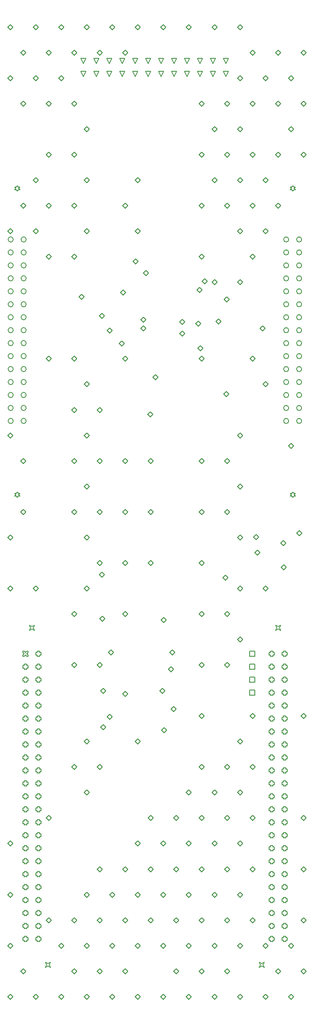
<source format=gbr>
G04 Layer_Color=2752767*
%FSLAX26Y26*%
%MOIN*%
%TF.FileFunction,Drawing*%
%TF.Part,Single*%
G01*
G75*
%TA.AperFunction,NonConductor*%
%ADD93C,0.005000*%
%ADD94C,0.006667*%
D93*
X881378Y-4593621D02*
X881378Y-4553621D01*
X921378Y-4553621D01*
X921378Y-4593621D01*
X881378Y-4593621D01*
X881378Y-4693621D02*
X881378Y-4653621D01*
X921378Y-4653621D01*
X921378Y-4693621D01*
X881378Y-4693621D01*
X881378Y-4793621D02*
X881378Y-4753621D01*
X921378Y-4753621D01*
X921378Y-4793621D01*
X881378Y-4793621D01*
X881378Y-4893621D02*
X881378Y-4853621D01*
X921378Y-4853621D01*
X921378Y-4893621D01*
X881378Y-4893621D01*
X600000Y-120000D02*
X580000Y-80000D01*
X620000Y-80000D01*
X600000Y-120000D01*
X600000Y-20000D02*
X580000Y20000D01*
X620000Y20000D01*
X600000Y-20000D01*
X500000Y-20000D02*
X480000Y20000D01*
X520000Y20000D01*
X500000Y-20000D01*
X400000Y-20000D02*
X380000Y20000D01*
X420000Y20000D01*
X400000Y-20000D01*
X300000Y-20000D02*
X280000Y20000D01*
X320000Y20000D01*
X300000Y-20000D01*
X200000Y-20000D02*
X180000Y20000D01*
X220000Y20000D01*
X200000Y-20000D01*
X100000Y-20000D02*
X80000Y20000D01*
X120000Y20000D01*
X100000Y-20000D01*
X0Y-20000D02*
X-20000Y20000D01*
X20000Y20000D01*
X0Y-20000D01*
X-100000Y-20000D02*
X-120000Y20000D01*
X-80000Y20000D01*
X-100000Y-20000D01*
X-200000Y-20000D02*
X-220000Y20000D01*
X-180000Y20000D01*
X-200000Y-20000D01*
X-300000Y-20000D02*
X-320000Y20000D01*
X-280000Y20000D01*
X-300000Y-20000D01*
X-400000Y-20000D02*
X-420000Y20000D01*
X-380000Y20000D01*
X-400000Y-20000D01*
X500000Y-120000D02*
X480000Y-80000D01*
X520000Y-80000D01*
X500000Y-120000D01*
X400000Y-120000D02*
X380000Y-80000D01*
X420000Y-80000D01*
X400000Y-120000D01*
X300000Y-120000D02*
X280000Y-80000D01*
X320000Y-80000D01*
X300000Y-120000D01*
X200000Y-120000D02*
X180000Y-80000D01*
X220000Y-80000D01*
X200000Y-120000D01*
X100000Y-120000D02*
X80000Y-80000D01*
X120000Y-80000D01*
X100000Y-120000D01*
X0Y-120000D02*
X-20000Y-80000D01*
X20000Y-80000D01*
X0Y-120000D01*
X-100000Y-120000D02*
X-120000Y-80000D01*
X-80000Y-80000D01*
X-100000Y-120000D01*
X-200000Y-120000D02*
X-220000Y-80000D01*
X-180000Y-80000D01*
X-200000Y-120000D01*
X-300000Y-120000D02*
X-320000Y-80000D01*
X-280000Y-80000D01*
X-300000Y-120000D01*
X-400000Y-120000D02*
X-420000Y-80000D01*
X-380000Y-80000D01*
X-400000Y-120000D01*
X700000Y-20000D02*
X680000Y20000D01*
X720000Y20000D01*
X700000Y-20000D01*
X700000Y-120000D02*
X680000Y-80000D01*
X720000Y-80000D01*
X700000Y-120000D01*
X-911810Y-1002918D02*
X-901810Y-992918D01*
X-891810Y-992918D01*
X-901810Y-982918D01*
X-891810Y-972918D01*
X-901810Y-972918D01*
X-911810Y-962918D01*
X-921810Y-972918D01*
X-931810Y-972918D01*
X-921810Y-982918D01*
X-931810Y-992918D01*
X-921810Y-992918D01*
X-911810Y-1002918D01*
X-911810Y-3365122D02*
X-901810Y-3355122D01*
X-891810Y-3355122D01*
X-901810Y-3345122D01*
X-891810Y-3335122D01*
X-901810Y-3335122D01*
X-911810Y-3325122D01*
X-921810Y-3335122D01*
X-931810Y-3335122D01*
X-921810Y-3345122D01*
X-931810Y-3355122D01*
X-921810Y-3355122D01*
X-911810Y-3365122D01*
X1214174Y-1002918D02*
X1224174Y-992918D01*
X1234174Y-992918D01*
X1224174Y-982918D01*
X1234174Y-972918D01*
X1224174Y-972918D01*
X1214174Y-962918D01*
X1204174Y-972918D01*
X1194174Y-972918D01*
X1204174Y-982918D01*
X1194174Y-992918D01*
X1204174Y-992918D01*
X1214174Y-1002918D01*
X1214174Y-3365122D02*
X1224174Y-3355122D01*
X1234174Y-3355122D01*
X1224174Y-3345122D01*
X1234174Y-3335122D01*
X1224174Y-3335122D01*
X1214174Y-3325122D01*
X1204174Y-3335122D01*
X1194174Y-3335122D01*
X1204174Y-3345122D01*
X1194174Y-3355122D01*
X1204174Y-3355122D01*
X1214174Y-3365122D01*
X-818622Y-4393622D02*
X-808622Y-4373622D01*
X-818622Y-4353622D01*
X-798622Y-4363622D01*
X-778622Y-4353622D01*
X-788622Y-4373622D01*
X-778622Y-4393622D01*
X-798622Y-4383622D01*
X-818622Y-4393622D01*
X1081378Y-4393622D02*
X1091378Y-4373622D01*
X1081378Y-4353622D01*
X1101378Y-4363622D01*
X1121378Y-4353622D01*
X1111378Y-4373622D01*
X1121378Y-4393622D01*
X1101378Y-4383622D01*
X1081378Y-4393622D01*
X956378Y-6993622D02*
X966378Y-6973622D01*
X956378Y-6953622D01*
X976378Y-6963622D01*
X996378Y-6953622D01*
X986378Y-6973622D01*
X996378Y-6993622D01*
X976378Y-6983622D01*
X956378Y-6993622D01*
X-693622Y-6993622D02*
X-683622Y-6973622D01*
X-693622Y-6953622D01*
X-673622Y-6963622D01*
X-653622Y-6953622D01*
X-663622Y-6973622D01*
X-653622Y-6993622D01*
X-673622Y-6983622D01*
X-693622Y-6993622D01*
X-758622Y-4583622D02*
X-758622Y-4593622D01*
X-738622Y-4593622D01*
X-738622Y-4583622D01*
X-728622Y-4583622D01*
X-728622Y-4563622D01*
X-738622Y-4563622D01*
X-738622Y-4553622D01*
X-758622Y-4553622D01*
X-758622Y-4563622D01*
X-768622Y-4563622D01*
X-768622Y-4583622D01*
X-758622Y-4583622D01*
X-758622Y-4683622D02*
X-758622Y-4693622D01*
X-738622Y-4693622D01*
X-738622Y-4683622D01*
X-728622Y-4683622D01*
X-728622Y-4663622D01*
X-738622Y-4663622D01*
X-738622Y-4653622D01*
X-758622Y-4653622D01*
X-758622Y-4663622D01*
X-768622Y-4663622D01*
X-768622Y-4683622D01*
X-758622Y-4683622D01*
X-758622Y-4783622D02*
X-758622Y-4793622D01*
X-738622Y-4793622D01*
X-738622Y-4783622D01*
X-728622Y-4783622D01*
X-728622Y-4763622D01*
X-738622Y-4763622D01*
X-738622Y-4753622D01*
X-758622Y-4753622D01*
X-758622Y-4763622D01*
X-768622Y-4763622D01*
X-768622Y-4783622D01*
X-758622Y-4783622D01*
X-758622Y-4883622D02*
X-758622Y-4893622D01*
X-738622Y-4893622D01*
X-738622Y-4883622D01*
X-728622Y-4883622D01*
X-728622Y-4863622D01*
X-738622Y-4863622D01*
X-738622Y-4853622D01*
X-758622Y-4853622D01*
X-758622Y-4863622D01*
X-768622Y-4863622D01*
X-768622Y-4883622D01*
X-758622Y-4883622D01*
X-758622Y-4983622D02*
X-758622Y-4993622D01*
X-738622Y-4993622D01*
X-738622Y-4983622D01*
X-728622Y-4983622D01*
X-728622Y-4963622D01*
X-738622Y-4963622D01*
X-738622Y-4953622D01*
X-758622Y-4953622D01*
X-758622Y-4963622D01*
X-768622Y-4963622D01*
X-768622Y-4983622D01*
X-758622Y-4983622D01*
X-758622Y-5083622D02*
X-758622Y-5093622D01*
X-738622Y-5093622D01*
X-738622Y-5083622D01*
X-728622Y-5083622D01*
X-728622Y-5063622D01*
X-738622Y-5063622D01*
X-738622Y-5053622D01*
X-758622Y-5053622D01*
X-758622Y-5063622D01*
X-768622Y-5063622D01*
X-768622Y-5083622D01*
X-758622Y-5083622D01*
X-758622Y-5183622D02*
X-758622Y-5193622D01*
X-738622Y-5193622D01*
X-738622Y-5183622D01*
X-728622Y-5183622D01*
X-728622Y-5163622D01*
X-738622Y-5163622D01*
X-738622Y-5153622D01*
X-758622Y-5153622D01*
X-758622Y-5163622D01*
X-768622Y-5163622D01*
X-768622Y-5183622D01*
X-758622Y-5183622D01*
X-758622Y-5283622D02*
X-758622Y-5293622D01*
X-738622Y-5293622D01*
X-738622Y-5283622D01*
X-728622Y-5283622D01*
X-728622Y-5263622D01*
X-738622Y-5263622D01*
X-738622Y-5253622D01*
X-758622Y-5253622D01*
X-758622Y-5263622D01*
X-768622Y-5263622D01*
X-768622Y-5283622D01*
X-758622Y-5283622D01*
X-758622Y-5383622D02*
X-758622Y-5393622D01*
X-738622Y-5393622D01*
X-738622Y-5383622D01*
X-728622Y-5383622D01*
X-728622Y-5363622D01*
X-738622Y-5363622D01*
X-738622Y-5353622D01*
X-758622Y-5353622D01*
X-758622Y-5363622D01*
X-768622Y-5363622D01*
X-768622Y-5383622D01*
X-758622Y-5383622D01*
X-758622Y-5483622D02*
X-758622Y-5493622D01*
X-738622Y-5493622D01*
X-738622Y-5483622D01*
X-728622Y-5483622D01*
X-728622Y-5463622D01*
X-738622Y-5463622D01*
X-738622Y-5453622D01*
X-758622Y-5453622D01*
X-758622Y-5463622D01*
X-768622Y-5463622D01*
X-768622Y-5483622D01*
X-758622Y-5483622D01*
X-758622Y-5583622D02*
X-758622Y-5593622D01*
X-738622Y-5593622D01*
X-738622Y-5583622D01*
X-728622Y-5583622D01*
X-728622Y-5563622D01*
X-738622Y-5563622D01*
X-738622Y-5553622D01*
X-758622Y-5553622D01*
X-758622Y-5563622D01*
X-768622Y-5563622D01*
X-768622Y-5583622D01*
X-758622Y-5583622D01*
X-758622Y-5683622D02*
X-758622Y-5693622D01*
X-738622Y-5693622D01*
X-738622Y-5683622D01*
X-728622Y-5683622D01*
X-728622Y-5663622D01*
X-738622Y-5663622D01*
X-738622Y-5653622D01*
X-758622Y-5653622D01*
X-758622Y-5663622D01*
X-768622Y-5663622D01*
X-768622Y-5683622D01*
X-758622Y-5683622D01*
X-758622Y-5783622D02*
X-758622Y-5793622D01*
X-738622Y-5793622D01*
X-738622Y-5783622D01*
X-728622Y-5783622D01*
X-728622Y-5763622D01*
X-738622Y-5763622D01*
X-738622Y-5753622D01*
X-758622Y-5753622D01*
X-758622Y-5763622D01*
X-768622Y-5763622D01*
X-768622Y-5783622D01*
X-758622Y-5783622D01*
X-758622Y-5883622D02*
X-758622Y-5893622D01*
X-738622Y-5893622D01*
X-738622Y-5883622D01*
X-728622Y-5883622D01*
X-728622Y-5863622D01*
X-738622Y-5863622D01*
X-738622Y-5853622D01*
X-758622Y-5853622D01*
X-758622Y-5863622D01*
X-768622Y-5863622D01*
X-768622Y-5883622D01*
X-758622Y-5883622D01*
X-758622Y-5983622D02*
X-758622Y-5993622D01*
X-738622Y-5993622D01*
X-738622Y-5983622D01*
X-728622Y-5983622D01*
X-728622Y-5963622D01*
X-738622Y-5963622D01*
X-738622Y-5953622D01*
X-758622Y-5953622D01*
X-758622Y-5963622D01*
X-768622Y-5963622D01*
X-768622Y-5983622D01*
X-758622Y-5983622D01*
X-758622Y-6083622D02*
X-758622Y-6093622D01*
X-738622Y-6093622D01*
X-738622Y-6083622D01*
X-728622Y-6083622D01*
X-728622Y-6063622D01*
X-738622Y-6063622D01*
X-738622Y-6053622D01*
X-758622Y-6053622D01*
X-758622Y-6063622D01*
X-768622Y-6063622D01*
X-768622Y-6083622D01*
X-758622Y-6083622D01*
X-758622Y-6183622D02*
X-758622Y-6193622D01*
X-738622Y-6193622D01*
X-738622Y-6183622D01*
X-728622Y-6183622D01*
X-728622Y-6163622D01*
X-738622Y-6163622D01*
X-738622Y-6153622D01*
X-758622Y-6153622D01*
X-758622Y-6163622D01*
X-768622Y-6163622D01*
X-768622Y-6183622D01*
X-758622Y-6183622D01*
X-758622Y-6283622D02*
X-758622Y-6293622D01*
X-738622Y-6293622D01*
X-738622Y-6283622D01*
X-728622Y-6283622D01*
X-728622Y-6263622D01*
X-738622Y-6263622D01*
X-738622Y-6253622D01*
X-758622Y-6253622D01*
X-758622Y-6263622D01*
X-768622Y-6263622D01*
X-768622Y-6283622D01*
X-758622Y-6283622D01*
X-758622Y-6383622D02*
X-758622Y-6393622D01*
X-738622Y-6393622D01*
X-738622Y-6383622D01*
X-728622Y-6383622D01*
X-728622Y-6363622D01*
X-738622Y-6363622D01*
X-738622Y-6353622D01*
X-758622Y-6353622D01*
X-758622Y-6363622D01*
X-768622Y-6363622D01*
X-768622Y-6383622D01*
X-758622Y-6383622D01*
X-758622Y-6483622D02*
X-758622Y-6493622D01*
X-738622Y-6493622D01*
X-738622Y-6483622D01*
X-728622Y-6483622D01*
X-728622Y-6463622D01*
X-738622Y-6463622D01*
X-738622Y-6453622D01*
X-758622Y-6453622D01*
X-758622Y-6463622D01*
X-768622Y-6463622D01*
X-768622Y-6483622D01*
X-758622Y-6483622D01*
X-758622Y-6583622D02*
X-758622Y-6593622D01*
X-738622Y-6593622D01*
X-738622Y-6583622D01*
X-728622Y-6583622D01*
X-728622Y-6563622D01*
X-738622Y-6563622D01*
X-738622Y-6553622D01*
X-758622Y-6553622D01*
X-758622Y-6563622D01*
X-768622Y-6563622D01*
X-768622Y-6583622D01*
X-758622Y-6583622D01*
X-758622Y-6683622D02*
X-758622Y-6693622D01*
X-738622Y-6693622D01*
X-738622Y-6683622D01*
X-728622Y-6683622D01*
X-728622Y-6663622D01*
X-738622Y-6663622D01*
X-738622Y-6653622D01*
X-758622Y-6653622D01*
X-758622Y-6663622D01*
X-768622Y-6663622D01*
X-768622Y-6683622D01*
X-758622Y-6683622D01*
X-758622Y-6783622D02*
X-758622Y-6793622D01*
X-738622Y-6793622D01*
X-738622Y-6783622D01*
X-728622Y-6783622D01*
X-728622Y-6763622D01*
X-738622Y-6763622D01*
X-738622Y-6753622D01*
X-758622Y-6753622D01*
X-758622Y-6763622D01*
X-768622Y-6763622D01*
X-768622Y-6783622D01*
X-758622Y-6783622D01*
X-858622Y-4683622D02*
X-858622Y-4693622D01*
X-838622Y-4693622D01*
X-838622Y-4683622D01*
X-828622Y-4683622D01*
X-828622Y-4663622D01*
X-838622Y-4663622D01*
X-838622Y-4653622D01*
X-858622Y-4653622D01*
X-858622Y-4663622D01*
X-868622Y-4663622D01*
X-868622Y-4683622D01*
X-858622Y-4683622D01*
X-858622Y-4783622D02*
X-858622Y-4793622D01*
X-838622Y-4793622D01*
X-838622Y-4783622D01*
X-828622Y-4783622D01*
X-828622Y-4763622D01*
X-838622Y-4763622D01*
X-838622Y-4753622D01*
X-858622Y-4753622D01*
X-858622Y-4763622D01*
X-868622Y-4763622D01*
X-868622Y-4783622D01*
X-858622Y-4783622D01*
X-858622Y-4883622D02*
X-858622Y-4893622D01*
X-838622Y-4893622D01*
X-838622Y-4883622D01*
X-828622Y-4883622D01*
X-828622Y-4863622D01*
X-838622Y-4863622D01*
X-838622Y-4853622D01*
X-858622Y-4853622D01*
X-858622Y-4863622D01*
X-868622Y-4863622D01*
X-868622Y-4883622D01*
X-858622Y-4883622D01*
X-858622Y-4983622D02*
X-858622Y-4993622D01*
X-838622Y-4993622D01*
X-838622Y-4983622D01*
X-828622Y-4983622D01*
X-828622Y-4963622D01*
X-838622Y-4963622D01*
X-838622Y-4953622D01*
X-858622Y-4953622D01*
X-858622Y-4963622D01*
X-868622Y-4963622D01*
X-868622Y-4983622D01*
X-858622Y-4983622D01*
X-858622Y-5083622D02*
X-858622Y-5093622D01*
X-838622Y-5093622D01*
X-838622Y-5083622D01*
X-828622Y-5083622D01*
X-828622Y-5063622D01*
X-838622Y-5063622D01*
X-838622Y-5053622D01*
X-858622Y-5053622D01*
X-858622Y-5063622D01*
X-868622Y-5063622D01*
X-868622Y-5083622D01*
X-858622Y-5083622D01*
X-858622Y-5183622D02*
X-858622Y-5193622D01*
X-838622Y-5193622D01*
X-838622Y-5183622D01*
X-828622Y-5183622D01*
X-828622Y-5163622D01*
X-838622Y-5163622D01*
X-838622Y-5153622D01*
X-858622Y-5153622D01*
X-858622Y-5163622D01*
X-868622Y-5163622D01*
X-868622Y-5183622D01*
X-858622Y-5183622D01*
X-858622Y-5283622D02*
X-858622Y-5293622D01*
X-838622Y-5293622D01*
X-838622Y-5283622D01*
X-828622Y-5283622D01*
X-828622Y-5263622D01*
X-838622Y-5263622D01*
X-838622Y-5253622D01*
X-858622Y-5253622D01*
X-858622Y-5263622D01*
X-868622Y-5263622D01*
X-868622Y-5283622D01*
X-858622Y-5283622D01*
X-858622Y-5383622D02*
X-858622Y-5393622D01*
X-838622Y-5393622D01*
X-838622Y-5383622D01*
X-828622Y-5383622D01*
X-828622Y-5363622D01*
X-838622Y-5363622D01*
X-838622Y-5353622D01*
X-858622Y-5353622D01*
X-858622Y-5363622D01*
X-868622Y-5363622D01*
X-868622Y-5383622D01*
X-858622Y-5383622D01*
X-858622Y-5483622D02*
X-858622Y-5493622D01*
X-838622Y-5493622D01*
X-838622Y-5483622D01*
X-828622Y-5483622D01*
X-828622Y-5463622D01*
X-838622Y-5463622D01*
X-838622Y-5453622D01*
X-858622Y-5453622D01*
X-858622Y-5463622D01*
X-868622Y-5463622D01*
X-868622Y-5483622D01*
X-858622Y-5483622D01*
X-858622Y-5583622D02*
X-858622Y-5593622D01*
X-838622Y-5593622D01*
X-838622Y-5583622D01*
X-828622Y-5583622D01*
X-828622Y-5563622D01*
X-838622Y-5563622D01*
X-838622Y-5553622D01*
X-858622Y-5553622D01*
X-858622Y-5563622D01*
X-868622Y-5563622D01*
X-868622Y-5583622D01*
X-858622Y-5583622D01*
X-858622Y-5683622D02*
X-858622Y-5693622D01*
X-838622Y-5693622D01*
X-838622Y-5683622D01*
X-828622Y-5683622D01*
X-828622Y-5663622D01*
X-838622Y-5663622D01*
X-838622Y-5653622D01*
X-858622Y-5653622D01*
X-858622Y-5663622D01*
X-868622Y-5663622D01*
X-868622Y-5683622D01*
X-858622Y-5683622D01*
X-858622Y-5783622D02*
X-858622Y-5793622D01*
X-838622Y-5793622D01*
X-838622Y-5783622D01*
X-828622Y-5783622D01*
X-828622Y-5763622D01*
X-838622Y-5763622D01*
X-838622Y-5753622D01*
X-858622Y-5753622D01*
X-858622Y-5763622D01*
X-868622Y-5763622D01*
X-868622Y-5783622D01*
X-858622Y-5783622D01*
X-858622Y-5883622D02*
X-858622Y-5893622D01*
X-838622Y-5893622D01*
X-838622Y-5883622D01*
X-828622Y-5883622D01*
X-828622Y-5863622D01*
X-838622Y-5863622D01*
X-838622Y-5853622D01*
X-858622Y-5853622D01*
X-858622Y-5863622D01*
X-868622Y-5863622D01*
X-868622Y-5883622D01*
X-858622Y-5883622D01*
X-858622Y-5983622D02*
X-858622Y-5993622D01*
X-838622Y-5993622D01*
X-838622Y-5983622D01*
X-828622Y-5983622D01*
X-828622Y-5963622D01*
X-838622Y-5963622D01*
X-838622Y-5953622D01*
X-858622Y-5953622D01*
X-858622Y-5963622D01*
X-868622Y-5963622D01*
X-868622Y-5983622D01*
X-858622Y-5983622D01*
X-858622Y-6083622D02*
X-858622Y-6093622D01*
X-838622Y-6093622D01*
X-838622Y-6083622D01*
X-828622Y-6083622D01*
X-828622Y-6063622D01*
X-838622Y-6063622D01*
X-838622Y-6053622D01*
X-858622Y-6053622D01*
X-858622Y-6063622D01*
X-868622Y-6063622D01*
X-868622Y-6083622D01*
X-858622Y-6083622D01*
X-858622Y-6183622D02*
X-858622Y-6193622D01*
X-838622Y-6193622D01*
X-838622Y-6183622D01*
X-828622Y-6183622D01*
X-828622Y-6163622D01*
X-838622Y-6163622D01*
X-838622Y-6153622D01*
X-858622Y-6153622D01*
X-858622Y-6163622D01*
X-868622Y-6163622D01*
X-868622Y-6183622D01*
X-858622Y-6183622D01*
X-858622Y-6283622D02*
X-858622Y-6293622D01*
X-838622Y-6293622D01*
X-838622Y-6283622D01*
X-828622Y-6283622D01*
X-828622Y-6263622D01*
X-838622Y-6263622D01*
X-838622Y-6253622D01*
X-858622Y-6253622D01*
X-858622Y-6263622D01*
X-868622Y-6263622D01*
X-868622Y-6283622D01*
X-858622Y-6283622D01*
X-858622Y-6383622D02*
X-858622Y-6393622D01*
X-838622Y-6393622D01*
X-838622Y-6383622D01*
X-828622Y-6383622D01*
X-828622Y-6363622D01*
X-838622Y-6363622D01*
X-838622Y-6353622D01*
X-858622Y-6353622D01*
X-858622Y-6363622D01*
X-868622Y-6363622D01*
X-868622Y-6383622D01*
X-858622Y-6383622D01*
X-858622Y-6483622D02*
X-858622Y-6493622D01*
X-838622Y-6493622D01*
X-838622Y-6483622D01*
X-828622Y-6483622D01*
X-828622Y-6463622D01*
X-838622Y-6463622D01*
X-838622Y-6453622D01*
X-858622Y-6453622D01*
X-858622Y-6463622D01*
X-868622Y-6463622D01*
X-868622Y-6483622D01*
X-858622Y-6483622D01*
X-858622Y-6583622D02*
X-858622Y-6593622D01*
X-838622Y-6593622D01*
X-838622Y-6583622D01*
X-828622Y-6583622D01*
X-828622Y-6563622D01*
X-838622Y-6563622D01*
X-838622Y-6553622D01*
X-858622Y-6553622D01*
X-858622Y-6563622D01*
X-868622Y-6563622D01*
X-868622Y-6583622D01*
X-858622Y-6583622D01*
X-858622Y-6683622D02*
X-858622Y-6693622D01*
X-838622Y-6693622D01*
X-838622Y-6683622D01*
X-828622Y-6683622D01*
X-828622Y-6663622D01*
X-838622Y-6663622D01*
X-838622Y-6653622D01*
X-858622Y-6653622D01*
X-858622Y-6663622D01*
X-868622Y-6663622D01*
X-868622Y-6683622D01*
X-858622Y-6683622D01*
X-858622Y-6783622D02*
X-858622Y-6793622D01*
X-838622Y-6793622D01*
X-838622Y-6783622D01*
X-828622Y-6783622D01*
X-828622Y-6763622D01*
X-838622Y-6763622D01*
X-838622Y-6753622D01*
X-858622Y-6753622D01*
X-858622Y-6763622D01*
X-868622Y-6763622D01*
X-868622Y-6783622D01*
X-858622Y-6783622D01*
X1041378Y-4583622D02*
X1041378Y-4593622D01*
X1061378Y-4593622D01*
X1061378Y-4583622D01*
X1071378Y-4583622D01*
X1071378Y-4563622D01*
X1061378Y-4563622D01*
X1061378Y-4553622D01*
X1041378Y-4553622D01*
X1041378Y-4563622D01*
X1031378Y-4563622D01*
X1031378Y-4583622D01*
X1041378Y-4583622D01*
X1141378Y-4583622D02*
X1141378Y-4593622D01*
X1161378Y-4593622D01*
X1161378Y-4583622D01*
X1171378Y-4583622D01*
X1171378Y-4563622D01*
X1161378Y-4563622D01*
X1161378Y-4553622D01*
X1141378Y-4553622D01*
X1141378Y-4563622D01*
X1131378Y-4563622D01*
X1131378Y-4583622D01*
X1141378Y-4583622D01*
X1141378Y-4683622D02*
X1141378Y-4693622D01*
X1161378Y-4693622D01*
X1161378Y-4683622D01*
X1171378Y-4683622D01*
X1171378Y-4663622D01*
X1161378Y-4663622D01*
X1161378Y-4653622D01*
X1141378Y-4653622D01*
X1141378Y-4663622D01*
X1131378Y-4663622D01*
X1131378Y-4683622D01*
X1141378Y-4683622D01*
X1141378Y-4783622D02*
X1141378Y-4793622D01*
X1161378Y-4793622D01*
X1161378Y-4783622D01*
X1171378Y-4783622D01*
X1171378Y-4763622D01*
X1161378Y-4763622D01*
X1161378Y-4753622D01*
X1141378Y-4753622D01*
X1141378Y-4763622D01*
X1131378Y-4763622D01*
X1131378Y-4783622D01*
X1141378Y-4783622D01*
X1141378Y-4883622D02*
X1141378Y-4893622D01*
X1161378Y-4893622D01*
X1161378Y-4883622D01*
X1171378Y-4883622D01*
X1171378Y-4863622D01*
X1161378Y-4863622D01*
X1161378Y-4853622D01*
X1141378Y-4853622D01*
X1141378Y-4863622D01*
X1131378Y-4863622D01*
X1131378Y-4883622D01*
X1141378Y-4883622D01*
X1141378Y-4983622D02*
X1141378Y-4993622D01*
X1161378Y-4993622D01*
X1161378Y-4983622D01*
X1171378Y-4983622D01*
X1171378Y-4963622D01*
X1161378Y-4963622D01*
X1161378Y-4953622D01*
X1141378Y-4953622D01*
X1141378Y-4963622D01*
X1131378Y-4963622D01*
X1131378Y-4983622D01*
X1141378Y-4983622D01*
X1141378Y-5083622D02*
X1141378Y-5093622D01*
X1161378Y-5093622D01*
X1161378Y-5083622D01*
X1171378Y-5083622D01*
X1171378Y-5063622D01*
X1161378Y-5063622D01*
X1161378Y-5053622D01*
X1141378Y-5053622D01*
X1141378Y-5063622D01*
X1131378Y-5063622D01*
X1131378Y-5083622D01*
X1141378Y-5083622D01*
X1141378Y-5183622D02*
X1141378Y-5193622D01*
X1161378Y-5193622D01*
X1161378Y-5183622D01*
X1171378Y-5183622D01*
X1171378Y-5163622D01*
X1161378Y-5163622D01*
X1161378Y-5153622D01*
X1141378Y-5153622D01*
X1141378Y-5163622D01*
X1131378Y-5163622D01*
X1131378Y-5183622D01*
X1141378Y-5183622D01*
X1141378Y-5283622D02*
X1141378Y-5293622D01*
X1161378Y-5293622D01*
X1161378Y-5283622D01*
X1171378Y-5283622D01*
X1171378Y-5263622D01*
X1161378Y-5263622D01*
X1161378Y-5253622D01*
X1141378Y-5253622D01*
X1141378Y-5263622D01*
X1131378Y-5263622D01*
X1131378Y-5283622D01*
X1141378Y-5283622D01*
X1141378Y-5383622D02*
X1141378Y-5393622D01*
X1161378Y-5393622D01*
X1161378Y-5383622D01*
X1171378Y-5383622D01*
X1171378Y-5363622D01*
X1161378Y-5363622D01*
X1161378Y-5353622D01*
X1141378Y-5353622D01*
X1141378Y-5363622D01*
X1131378Y-5363622D01*
X1131378Y-5383622D01*
X1141378Y-5383622D01*
X1141378Y-5483622D02*
X1141378Y-5493622D01*
X1161378Y-5493622D01*
X1161378Y-5483622D01*
X1171378Y-5483622D01*
X1171378Y-5463622D01*
X1161378Y-5463622D01*
X1161378Y-5453622D01*
X1141378Y-5453622D01*
X1141378Y-5463622D01*
X1131378Y-5463622D01*
X1131378Y-5483622D01*
X1141378Y-5483622D01*
X1141378Y-5583622D02*
X1141378Y-5593622D01*
X1161378Y-5593622D01*
X1161378Y-5583622D01*
X1171378Y-5583622D01*
X1171378Y-5563622D01*
X1161378Y-5563622D01*
X1161378Y-5553622D01*
X1141378Y-5553622D01*
X1141378Y-5563622D01*
X1131378Y-5563622D01*
X1131378Y-5583622D01*
X1141378Y-5583622D01*
X1141378Y-5683622D02*
X1141378Y-5693622D01*
X1161378Y-5693622D01*
X1161378Y-5683622D01*
X1171378Y-5683622D01*
X1171378Y-5663622D01*
X1161378Y-5663622D01*
X1161378Y-5653622D01*
X1141378Y-5653622D01*
X1141378Y-5663622D01*
X1131378Y-5663622D01*
X1131378Y-5683622D01*
X1141378Y-5683622D01*
X1141378Y-5783622D02*
X1141378Y-5793622D01*
X1161378Y-5793622D01*
X1161378Y-5783622D01*
X1171378Y-5783622D01*
X1171378Y-5763622D01*
X1161378Y-5763622D01*
X1161378Y-5753622D01*
X1141378Y-5753622D01*
X1141378Y-5763622D01*
X1131378Y-5763622D01*
X1131378Y-5783622D01*
X1141378Y-5783622D01*
X1141378Y-5883622D02*
X1141378Y-5893622D01*
X1161378Y-5893622D01*
X1161378Y-5883622D01*
X1171378Y-5883622D01*
X1171378Y-5863622D01*
X1161378Y-5863622D01*
X1161378Y-5853622D01*
X1141378Y-5853622D01*
X1141378Y-5863622D01*
X1131378Y-5863622D01*
X1131378Y-5883622D01*
X1141378Y-5883622D01*
X1141378Y-5983622D02*
X1141378Y-5993622D01*
X1161378Y-5993622D01*
X1161378Y-5983622D01*
X1171378Y-5983622D01*
X1171378Y-5963622D01*
X1161378Y-5963622D01*
X1161378Y-5953622D01*
X1141378Y-5953622D01*
X1141378Y-5963622D01*
X1131378Y-5963622D01*
X1131378Y-5983622D01*
X1141378Y-5983622D01*
X1141378Y-6083622D02*
X1141378Y-6093622D01*
X1161378Y-6093622D01*
X1161378Y-6083622D01*
X1171378Y-6083622D01*
X1171378Y-6063622D01*
X1161378Y-6063622D01*
X1161378Y-6053622D01*
X1141378Y-6053622D01*
X1141378Y-6063622D01*
X1131378Y-6063622D01*
X1131378Y-6083622D01*
X1141378Y-6083622D01*
X1141378Y-6183622D02*
X1141378Y-6193622D01*
X1161378Y-6193622D01*
X1161378Y-6183622D01*
X1171378Y-6183622D01*
X1171378Y-6163622D01*
X1161378Y-6163622D01*
X1161378Y-6153622D01*
X1141378Y-6153622D01*
X1141378Y-6163622D01*
X1131378Y-6163622D01*
X1131378Y-6183622D01*
X1141378Y-6183622D01*
X1141378Y-6283622D02*
X1141378Y-6293622D01*
X1161378Y-6293622D01*
X1161378Y-6283622D01*
X1171378Y-6283622D01*
X1171378Y-6263622D01*
X1161378Y-6263622D01*
X1161378Y-6253622D01*
X1141378Y-6253622D01*
X1141378Y-6263622D01*
X1131378Y-6263622D01*
X1131378Y-6283622D01*
X1141378Y-6283622D01*
X1141378Y-6383622D02*
X1141378Y-6393622D01*
X1161378Y-6393622D01*
X1161378Y-6383622D01*
X1171378Y-6383622D01*
X1171378Y-6363622D01*
X1161378Y-6363622D01*
X1161378Y-6353622D01*
X1141378Y-6353622D01*
X1141378Y-6363622D01*
X1131378Y-6363622D01*
X1131378Y-6383622D01*
X1141378Y-6383622D01*
X1141378Y-6483622D02*
X1141378Y-6493622D01*
X1161378Y-6493622D01*
X1161378Y-6483622D01*
X1171378Y-6483622D01*
X1171378Y-6463622D01*
X1161378Y-6463622D01*
X1161378Y-6453622D01*
X1141378Y-6453622D01*
X1141378Y-6463622D01*
X1131378Y-6463622D01*
X1131378Y-6483622D01*
X1141378Y-6483622D01*
X1141378Y-6583622D02*
X1141378Y-6593622D01*
X1161378Y-6593622D01*
X1161378Y-6583622D01*
X1171378Y-6583622D01*
X1171378Y-6563622D01*
X1161378Y-6563622D01*
X1161378Y-6553622D01*
X1141378Y-6553622D01*
X1141378Y-6563622D01*
X1131378Y-6563622D01*
X1131378Y-6583622D01*
X1141378Y-6583622D01*
X1141378Y-6683622D02*
X1141378Y-6693622D01*
X1161378Y-6693622D01*
X1161378Y-6683622D01*
X1171378Y-6683622D01*
X1171378Y-6663622D01*
X1161378Y-6663622D01*
X1161378Y-6653622D01*
X1141378Y-6653622D01*
X1141378Y-6663622D01*
X1131378Y-6663622D01*
X1131378Y-6683622D01*
X1141378Y-6683622D01*
X1141378Y-6783622D02*
X1141378Y-6793622D01*
X1161378Y-6793622D01*
X1161378Y-6783622D01*
X1171378Y-6783622D01*
X1171378Y-6763622D01*
X1161378Y-6763622D01*
X1161378Y-6753622D01*
X1141378Y-6753622D01*
X1141378Y-6763622D01*
X1131378Y-6763622D01*
X1131378Y-6783622D01*
X1141378Y-6783622D01*
X1041378Y-4683622D02*
X1041378Y-4693622D01*
X1061378Y-4693622D01*
X1061378Y-4683622D01*
X1071378Y-4683622D01*
X1071378Y-4663622D01*
X1061378Y-4663622D01*
X1061378Y-4653622D01*
X1041378Y-4653622D01*
X1041378Y-4663622D01*
X1031378Y-4663622D01*
X1031378Y-4683622D01*
X1041378Y-4683622D01*
X1041378Y-4783622D02*
X1041378Y-4793622D01*
X1061378Y-4793622D01*
X1061378Y-4783622D01*
X1071378Y-4783622D01*
X1071378Y-4763622D01*
X1061378Y-4763622D01*
X1061378Y-4753622D01*
X1041378Y-4753622D01*
X1041378Y-4763622D01*
X1031378Y-4763622D01*
X1031378Y-4783622D01*
X1041378Y-4783622D01*
X1041378Y-4883622D02*
X1041378Y-4893622D01*
X1061378Y-4893622D01*
X1061378Y-4883622D01*
X1071378Y-4883622D01*
X1071378Y-4863622D01*
X1061378Y-4863622D01*
X1061378Y-4853622D01*
X1041378Y-4853622D01*
X1041378Y-4863622D01*
X1031378Y-4863622D01*
X1031378Y-4883622D01*
X1041378Y-4883622D01*
X1041378Y-4983622D02*
X1041378Y-4993622D01*
X1061378Y-4993622D01*
X1061378Y-4983622D01*
X1071378Y-4983622D01*
X1071378Y-4963622D01*
X1061378Y-4963622D01*
X1061378Y-4953622D01*
X1041378Y-4953622D01*
X1041378Y-4963622D01*
X1031378Y-4963622D01*
X1031378Y-4983622D01*
X1041378Y-4983622D01*
X1041378Y-5083622D02*
X1041378Y-5093622D01*
X1061378Y-5093622D01*
X1061378Y-5083622D01*
X1071378Y-5083622D01*
X1071378Y-5063622D01*
X1061378Y-5063622D01*
X1061378Y-5053622D01*
X1041378Y-5053622D01*
X1041378Y-5063622D01*
X1031378Y-5063622D01*
X1031378Y-5083622D01*
X1041378Y-5083622D01*
X1041378Y-5183622D02*
X1041378Y-5193622D01*
X1061378Y-5193622D01*
X1061378Y-5183622D01*
X1071378Y-5183622D01*
X1071378Y-5163622D01*
X1061378Y-5163622D01*
X1061378Y-5153622D01*
X1041378Y-5153622D01*
X1041378Y-5163622D01*
X1031378Y-5163622D01*
X1031378Y-5183622D01*
X1041378Y-5183622D01*
X1041378Y-5283622D02*
X1041378Y-5293622D01*
X1061378Y-5293622D01*
X1061378Y-5283622D01*
X1071378Y-5283622D01*
X1071378Y-5263622D01*
X1061378Y-5263622D01*
X1061378Y-5253622D01*
X1041378Y-5253622D01*
X1041378Y-5263622D01*
X1031378Y-5263622D01*
X1031378Y-5283622D01*
X1041378Y-5283622D01*
X1041378Y-5383622D02*
X1041378Y-5393622D01*
X1061378Y-5393622D01*
X1061378Y-5383622D01*
X1071378Y-5383622D01*
X1071378Y-5363622D01*
X1061378Y-5363622D01*
X1061378Y-5353622D01*
X1041378Y-5353622D01*
X1041378Y-5363622D01*
X1031378Y-5363622D01*
X1031378Y-5383622D01*
X1041378Y-5383622D01*
X1041378Y-5483622D02*
X1041378Y-5493622D01*
X1061378Y-5493622D01*
X1061378Y-5483622D01*
X1071378Y-5483622D01*
X1071378Y-5463622D01*
X1061378Y-5463622D01*
X1061378Y-5453622D01*
X1041378Y-5453622D01*
X1041378Y-5463622D01*
X1031378Y-5463622D01*
X1031378Y-5483622D01*
X1041378Y-5483622D01*
X1041378Y-5583622D02*
X1041378Y-5593622D01*
X1061378Y-5593622D01*
X1061378Y-5583622D01*
X1071378Y-5583622D01*
X1071378Y-5563622D01*
X1061378Y-5563622D01*
X1061378Y-5553622D01*
X1041378Y-5553622D01*
X1041378Y-5563622D01*
X1031378Y-5563622D01*
X1031378Y-5583622D01*
X1041378Y-5583622D01*
X1041378Y-5683622D02*
X1041378Y-5693622D01*
X1061378Y-5693622D01*
X1061378Y-5683622D01*
X1071378Y-5683622D01*
X1071378Y-5663622D01*
X1061378Y-5663622D01*
X1061378Y-5653622D01*
X1041378Y-5653622D01*
X1041378Y-5663622D01*
X1031378Y-5663622D01*
X1031378Y-5683622D01*
X1041378Y-5683622D01*
X1041378Y-5783622D02*
X1041378Y-5793622D01*
X1061378Y-5793622D01*
X1061378Y-5783622D01*
X1071378Y-5783622D01*
X1071378Y-5763622D01*
X1061378Y-5763622D01*
X1061378Y-5753622D01*
X1041378Y-5753622D01*
X1041378Y-5763622D01*
X1031378Y-5763622D01*
X1031378Y-5783622D01*
X1041378Y-5783622D01*
X1041378Y-5883622D02*
X1041378Y-5893622D01*
X1061378Y-5893622D01*
X1061378Y-5883622D01*
X1071378Y-5883622D01*
X1071378Y-5863622D01*
X1061378Y-5863622D01*
X1061378Y-5853622D01*
X1041378Y-5853622D01*
X1041378Y-5863622D01*
X1031378Y-5863622D01*
X1031378Y-5883622D01*
X1041378Y-5883622D01*
X1041378Y-5983622D02*
X1041378Y-5993622D01*
X1061378Y-5993622D01*
X1061378Y-5983622D01*
X1071378Y-5983622D01*
X1071378Y-5963622D01*
X1061378Y-5963622D01*
X1061378Y-5953622D01*
X1041378Y-5953622D01*
X1041378Y-5963622D01*
X1031378Y-5963622D01*
X1031378Y-5983622D01*
X1041378Y-5983622D01*
X1041378Y-6083622D02*
X1041378Y-6093622D01*
X1061378Y-6093622D01*
X1061378Y-6083622D01*
X1071378Y-6083622D01*
X1071378Y-6063622D01*
X1061378Y-6063622D01*
X1061378Y-6053622D01*
X1041378Y-6053622D01*
X1041378Y-6063622D01*
X1031378Y-6063622D01*
X1031378Y-6083622D01*
X1041378Y-6083622D01*
X1041378Y-6183622D02*
X1041378Y-6193622D01*
X1061378Y-6193622D01*
X1061378Y-6183622D01*
X1071378Y-6183622D01*
X1071378Y-6163622D01*
X1061378Y-6163622D01*
X1061378Y-6153622D01*
X1041378Y-6153622D01*
X1041378Y-6163622D01*
X1031378Y-6163622D01*
X1031378Y-6183622D01*
X1041378Y-6183622D01*
X1041378Y-6283622D02*
X1041378Y-6293622D01*
X1061378Y-6293622D01*
X1061378Y-6283622D01*
X1071378Y-6283622D01*
X1071378Y-6263622D01*
X1061378Y-6263622D01*
X1061378Y-6253622D01*
X1041378Y-6253622D01*
X1041378Y-6263622D01*
X1031378Y-6263622D01*
X1031378Y-6283622D01*
X1041378Y-6283622D01*
X1041378Y-6383622D02*
X1041378Y-6393622D01*
X1061378Y-6393622D01*
X1061378Y-6383622D01*
X1071378Y-6383622D01*
X1071378Y-6363622D01*
X1061378Y-6363622D01*
X1061378Y-6353622D01*
X1041378Y-6353622D01*
X1041378Y-6363622D01*
X1031378Y-6363622D01*
X1031378Y-6383622D01*
X1041378Y-6383622D01*
X1041378Y-6483622D02*
X1041378Y-6493622D01*
X1061378Y-6493622D01*
X1061378Y-6483622D01*
X1071378Y-6483622D01*
X1071378Y-6463622D01*
X1061378Y-6463622D01*
X1061378Y-6453622D01*
X1041378Y-6453622D01*
X1041378Y-6463622D01*
X1031378Y-6463622D01*
X1031378Y-6483622D01*
X1041378Y-6483622D01*
X1041378Y-6583622D02*
X1041378Y-6593622D01*
X1061378Y-6593622D01*
X1061378Y-6583622D01*
X1071378Y-6583622D01*
X1071378Y-6563622D01*
X1061378Y-6563622D01*
X1061378Y-6553622D01*
X1041378Y-6553622D01*
X1041378Y-6563622D01*
X1031378Y-6563622D01*
X1031378Y-6583622D01*
X1041378Y-6583622D01*
X1041378Y-6683622D02*
X1041378Y-6693622D01*
X1061378Y-6693622D01*
X1061378Y-6683622D01*
X1071378Y-6683622D01*
X1071378Y-6663622D01*
X1061378Y-6663622D01*
X1061378Y-6653622D01*
X1041378Y-6653622D01*
X1041378Y-6663622D01*
X1031378Y-6663622D01*
X1031378Y-6683622D01*
X1041378Y-6683622D01*
X1041378Y-6783622D02*
X1041378Y-6793622D01*
X1061378Y-6793622D01*
X1061378Y-6783622D01*
X1071378Y-6783622D01*
X1071378Y-6763622D01*
X1061378Y-6763622D01*
X1061378Y-6753622D01*
X1041378Y-6753622D01*
X1041378Y-6763622D01*
X1031378Y-6763622D01*
X1031378Y-6783622D01*
X1041378Y-6783622D01*
X-868622Y-4593622D02*
X-858622Y-4593622D01*
X-848622Y-4583622D01*
X-838622Y-4593622D01*
X-828622Y-4593622D01*
X-828622Y-4583622D01*
X-838622Y-4573622D01*
X-828622Y-4563622D01*
X-828622Y-4553622D01*
X-838622Y-4553622D01*
X-848622Y-4563622D01*
X-858622Y-4553622D01*
X-868622Y-4553622D01*
X-868622Y-4563622D01*
X-858622Y-4573622D01*
X-868622Y-4583622D01*
X-868622Y-4593622D01*
X674324Y-3986122D02*
X694324Y-3966122D01*
X714324Y-3986122D01*
X694324Y-4006122D01*
X674324Y-3986122D01*
X-278352Y-3961122D02*
X-258352Y-3941122D01*
X-238352Y-3961122D01*
X-258352Y-3981122D01*
X-278352Y-3961122D01*
X1125000Y-3905000D02*
X1145000Y-3885000D01*
X1165000Y-3905000D01*
X1145000Y-3925000D01*
X1125000Y-3905000D01*
X341378Y-2103256D02*
X361378Y-2083256D01*
X381378Y-2103256D01*
X361378Y-2123256D01*
X341378Y-2103256D01*
X201378Y-5163622D02*
X221378Y-5143622D01*
X241378Y-5163622D01*
X221378Y-5183622D01*
X201378Y-5163622D01*
X257324Y-4693122D02*
X277324Y-4673122D01*
X297324Y-4693122D01*
X277324Y-4713122D01*
X257324Y-4693122D01*
X276324Y-4998122D02*
X296324Y-4978122D01*
X316324Y-4998122D01*
X296324Y-5018122D01*
X276324Y-4998122D01*
X-97676Y-4881122D02*
X-77676Y-4861122D01*
X-57676Y-4881122D01*
X-77676Y-4901122D01*
X-97676Y-4881122D01*
X-218676Y-5059122D02*
X-198676Y-5039122D01*
X-178676Y-5059122D01*
X-198676Y-5079122D01*
X-218676Y-5059122D01*
X-275676Y-4301122D02*
X-255676Y-4281122D01*
X-235676Y-4301122D01*
X-255676Y-4321122D01*
X-275676Y-4301122D01*
X198324Y-4311122D02*
X218324Y-4291122D01*
X238324Y-4311122D01*
X218324Y-4331122D01*
X198324Y-4311122D01*
X-268622Y-4858622D02*
X-248622Y-4838622D01*
X-228622Y-4858622D01*
X-248622Y-4878622D01*
X-268622Y-4858622D01*
X189450Y-4861024D02*
X209450Y-4841024D01*
X229450Y-4861024D01*
X209450Y-4881024D01*
X189450Y-4861024D01*
X-268622Y-5138622D02*
X-248622Y-5118622D01*
X-228622Y-5138622D01*
X-248622Y-5158622D01*
X-268622Y-5138622D01*
X-208622Y-4563622D02*
X-188622Y-4543622D01*
X-168622Y-4563622D01*
X-188622Y-4583622D01*
X-208622Y-4563622D01*
X266378Y-4563622D02*
X286378Y-4543622D01*
X306378Y-4563622D01*
X286378Y-4583622D01*
X266378Y-4563622D01*
X477324Y-1765122D02*
X497324Y-1745122D01*
X517324Y-1765122D01*
X497324Y-1785122D01*
X477324Y-1765122D01*
X517324Y-1700122D02*
X537324Y-1680122D01*
X557324Y-1700122D01*
X537324Y-1720122D01*
X517324Y-1700122D01*
X62324Y-1635122D02*
X82324Y-1615122D01*
X102324Y-1635122D01*
X82324Y-1655122D01*
X62324Y-1635122D01*
X622324Y-2010122D02*
X642324Y-1990122D01*
X662324Y-2010122D01*
X642324Y-2030122D01*
X622324Y-2010122D01*
X-112676Y-1785122D02*
X-92676Y-1765122D01*
X-72676Y-1785122D01*
X-92676Y-1805122D01*
X-112676Y-1785122D01*
X-17676Y-1545122D02*
X2324Y-1525122D01*
X22324Y-1545122D01*
X2324Y-1565122D01*
X-17676Y-1545122D01*
X42324Y-1995122D02*
X62324Y-1975122D01*
X82324Y-1995122D01*
X62324Y-2015122D01*
X42324Y-1995122D01*
X-277676Y-1965122D02*
X-257676Y-1945122D01*
X-237676Y-1965122D01*
X-257676Y-1985122D01*
X-277676Y-1965122D01*
X482324Y-2215122D02*
X502324Y-2195122D01*
X522324Y-2215122D01*
X502324Y-2235122D01*
X482324Y-2215122D01*
X467324Y-2025122D02*
X487324Y-2005122D01*
X507324Y-2025122D01*
X487324Y-2045122D01*
X467324Y-2025122D01*
X97324Y-2725122D02*
X117324Y-2705122D01*
X137324Y-2725122D01*
X117324Y-2745122D01*
X97324Y-2725122D01*
X1122324Y-3720122D02*
X1142324Y-3700122D01*
X1162324Y-3720122D01*
X1142324Y-3740122D01*
X1122324Y-3720122D01*
X-217676Y-2080122D02*
X-197676Y-2060122D01*
X-177676Y-2080122D01*
X-197676Y-2100122D01*
X-217676Y-2080122D01*
X1182324Y-2970122D02*
X1202324Y-2950122D01*
X1222324Y-2970122D01*
X1202324Y-2990122D01*
X1182324Y-2970122D01*
X-122676Y-2180122D02*
X-102676Y-2160122D01*
X-82676Y-2180122D01*
X-102676Y-2200122D01*
X-122676Y-2180122D01*
X137324Y-2440122D02*
X157324Y-2420122D01*
X177324Y-2440122D01*
X157324Y-2460122D01*
X137324Y-2440122D01*
X684118Y-1837918D02*
X704118Y-1817918D01*
X724118Y-1837918D01*
X704118Y-1857918D01*
X684118Y-1837918D01*
X682324Y-2568122D02*
X702324Y-2548122D01*
X722324Y-2568122D01*
X702324Y-2588122D01*
X682324Y-2568122D01*
X921378Y-3793622D02*
X941378Y-3773622D01*
X961378Y-3793622D01*
X941378Y-3813622D01*
X921378Y-3793622D01*
X341378Y-2013622D02*
X361378Y-1993622D01*
X381378Y-2013622D01*
X361378Y-2033622D01*
X341378Y-2013622D01*
X41378Y-2063622D02*
X61378Y-2043622D01*
X81378Y-2063622D01*
X61378Y-2083622D01*
X41378Y-2063622D01*
X-434354Y-1820224D02*
X-414354Y-1800224D01*
X-394354Y-1820224D01*
X-414354Y-1840224D01*
X-434354Y-1820224D01*
X961378Y-2063622D02*
X981378Y-2043622D01*
X1001378Y-2063622D01*
X981378Y-2083622D01*
X961378Y-2063622D01*
X911378Y-3673622D02*
X931378Y-3653622D01*
X951378Y-3673622D01*
X931378Y-3693622D01*
X911378Y-3673622D01*
X1244174Y-3641574D02*
X1264174Y-3621574D01*
X1284174Y-3641574D01*
X1264174Y-3661574D01*
X1244174Y-3641574D01*
X-984030Y-7218735D02*
X-964030Y-7198735D01*
X-944030Y-7218735D01*
X-964030Y-7238735D01*
X-984030Y-7218735D01*
X-885605Y-7021885D02*
X-865605Y-7001885D01*
X-845605Y-7021885D01*
X-865605Y-7041885D01*
X-885605Y-7021885D01*
X-984030Y-6825034D02*
X-964030Y-6805034D01*
X-944030Y-6825034D01*
X-964030Y-6845034D01*
X-984030Y-6825034D01*
X-984030Y-6431334D02*
X-964030Y-6411334D01*
X-944030Y-6431334D01*
X-964030Y-6451334D01*
X-984030Y-6431334D01*
X-984030Y-6037633D02*
X-964030Y-6017633D01*
X-944030Y-6037633D01*
X-964030Y-6057633D01*
X-984030Y-6037633D01*
X-984030Y-4069129D02*
X-964030Y-4049129D01*
X-944030Y-4069129D01*
X-964030Y-4089129D01*
X-984030Y-4069129D01*
X-984030Y-3675428D02*
X-964030Y-3655428D01*
X-944030Y-3675428D01*
X-964030Y-3695428D01*
X-984030Y-3675428D01*
X-885605Y-3478578D02*
X-865605Y-3458578D01*
X-845605Y-3478578D01*
X-865605Y-3498578D01*
X-885605Y-3478578D01*
X-885605Y-3084877D02*
X-865605Y-3064877D01*
X-845605Y-3084877D01*
X-865605Y-3104877D01*
X-885605Y-3084877D01*
X-984030Y-2888026D02*
X-964030Y-2868026D01*
X-944030Y-2888026D01*
X-964030Y-2908026D01*
X-984030Y-2888026D01*
X-984030Y-1313223D02*
X-964030Y-1293223D01*
X-944030Y-1313223D01*
X-964030Y-1333223D01*
X-984030Y-1313223D01*
X-885605Y-1116373D02*
X-865605Y-1096373D01*
X-845605Y-1116373D01*
X-865605Y-1136373D01*
X-885605Y-1116373D01*
X-885605Y-328971D02*
X-865605Y-308971D01*
X-845605Y-328971D01*
X-865605Y-348971D01*
X-885605Y-328971D01*
X-984030Y-132121D02*
X-964030Y-112121D01*
X-944030Y-132121D01*
X-964030Y-152121D01*
X-984030Y-132121D01*
X-885605Y64730D02*
X-865605Y84730D01*
X-845605Y64730D01*
X-865605Y44730D01*
X-885605Y64730D01*
X-984030Y261580D02*
X-964030Y281580D01*
X-944030Y261580D01*
X-964030Y241580D01*
X-984030Y261580D01*
X-787180Y-7218735D02*
X-767180Y-7198735D01*
X-747180Y-7218735D01*
X-767180Y-7238735D01*
X-787180Y-7218735D01*
X-688754Y-6628184D02*
X-668754Y-6608184D01*
X-648754Y-6628184D01*
X-668754Y-6648184D01*
X-688754Y-6628184D01*
X-688754Y-5840782D02*
X-668754Y-5820782D01*
X-648754Y-5840782D01*
X-668754Y-5860782D01*
X-688754Y-5840782D01*
X-787180Y-4069129D02*
X-767180Y-4049129D01*
X-747180Y-4069129D01*
X-767180Y-4089129D01*
X-787180Y-4069129D01*
X-688754Y-2297475D02*
X-668754Y-2277475D01*
X-648754Y-2297475D01*
X-668754Y-2317475D01*
X-688754Y-2297475D01*
X-688754Y-1510074D02*
X-668754Y-1490074D01*
X-648754Y-1510074D01*
X-668754Y-1530074D01*
X-688754Y-1510074D01*
X-787180Y-1313223D02*
X-767180Y-1293223D01*
X-747180Y-1313223D01*
X-767180Y-1333223D01*
X-787180Y-1313223D01*
X-688754Y-1116373D02*
X-668754Y-1096373D01*
X-648754Y-1116373D01*
X-668754Y-1136373D01*
X-688754Y-1116373D01*
X-787180Y-919522D02*
X-767180Y-899522D01*
X-747180Y-919522D01*
X-767180Y-939522D01*
X-787180Y-919522D01*
X-688754Y-722672D02*
X-668754Y-702672D01*
X-648754Y-722672D01*
X-668754Y-742672D01*
X-688754Y-722672D01*
X-688754Y-328971D02*
X-668754Y-308971D01*
X-648754Y-328971D01*
X-668754Y-348971D01*
X-688754Y-328971D01*
X-787180Y-132121D02*
X-767180Y-112121D01*
X-747180Y-132121D01*
X-767180Y-152121D01*
X-787180Y-132121D01*
X-688754Y64730D02*
X-668754Y84730D01*
X-648754Y64730D01*
X-668754Y44730D01*
X-688754Y64730D01*
X-787180Y261580D02*
X-767180Y281580D01*
X-747180Y261580D01*
X-767180Y241580D01*
X-787180Y261580D01*
X-590329Y-7218735D02*
X-570329Y-7198735D01*
X-550329Y-7218735D01*
X-570329Y-7238735D01*
X-590329Y-7218735D01*
X-491904Y-7021885D02*
X-471904Y-7001885D01*
X-451904Y-7021885D01*
X-471904Y-7041885D01*
X-491904Y-7021885D01*
X-590329Y-6825034D02*
X-570329Y-6805034D01*
X-550329Y-6825034D01*
X-570329Y-6845034D01*
X-590329Y-6825034D01*
X-491904Y-6628184D02*
X-471904Y-6608184D01*
X-451904Y-6628184D01*
X-471904Y-6648184D01*
X-491904Y-6628184D01*
X-491904Y-5447082D02*
X-471904Y-5427082D01*
X-451904Y-5447082D01*
X-471904Y-5467082D01*
X-491904Y-5447082D01*
X-491904Y-4659680D02*
X-471904Y-4639680D01*
X-451904Y-4659680D01*
X-471904Y-4679680D01*
X-491904Y-4659680D01*
X-491904Y-4265979D02*
X-471904Y-4245979D01*
X-451904Y-4265979D01*
X-471904Y-4285979D01*
X-491904Y-4265979D01*
X-491904Y-3478578D02*
X-471904Y-3458578D01*
X-451904Y-3478578D01*
X-471904Y-3498578D01*
X-491904Y-3478578D01*
X-491904Y-3084877D02*
X-471904Y-3064877D01*
X-451904Y-3084877D01*
X-471904Y-3104877D01*
X-491904Y-3084877D01*
X-491904Y-2691176D02*
X-471904Y-2671176D01*
X-451904Y-2691176D01*
X-471904Y-2711176D01*
X-491904Y-2691176D01*
X-491904Y-2297475D02*
X-471904Y-2277475D01*
X-451904Y-2297475D01*
X-471904Y-2317475D01*
X-491904Y-2297475D01*
X-491904Y-1510074D02*
X-471904Y-1490074D01*
X-451904Y-1510074D01*
X-471904Y-1530074D01*
X-491904Y-1510074D01*
X-491904Y-1116373D02*
X-471904Y-1096373D01*
X-451904Y-1116373D01*
X-471904Y-1136373D01*
X-491904Y-1116373D01*
X-491904Y-722672D02*
X-471904Y-702672D01*
X-451904Y-722672D01*
X-471904Y-742672D01*
X-491904Y-722672D01*
X-491904Y-328971D02*
X-471904Y-308971D01*
X-451904Y-328971D01*
X-471904Y-348971D01*
X-491904Y-328971D01*
X-590329Y-132121D02*
X-570329Y-112121D01*
X-550329Y-132121D01*
X-570329Y-152121D01*
X-590329Y-132121D01*
X-491904Y64730D02*
X-471904Y84730D01*
X-451904Y64730D01*
X-471904Y44730D01*
X-491904Y64730D01*
X-590329Y261580D02*
X-570329Y281580D01*
X-550329Y261580D01*
X-570329Y241580D01*
X-590329Y261580D01*
X-393479Y-7218735D02*
X-373479Y-7198735D01*
X-353479Y-7218735D01*
X-373479Y-7238735D01*
X-393479Y-7218735D01*
X-295054Y-7021885D02*
X-275054Y-7001885D01*
X-255054Y-7021885D01*
X-275054Y-7041885D01*
X-295054Y-7021885D01*
X-393479Y-6825034D02*
X-373479Y-6805034D01*
X-353479Y-6825034D01*
X-373479Y-6845034D01*
X-393479Y-6825034D01*
X-295054Y-6628184D02*
X-275054Y-6608184D01*
X-255054Y-6628184D01*
X-275054Y-6648184D01*
X-295054Y-6628184D01*
X-393479Y-6431334D02*
X-373479Y-6411334D01*
X-353479Y-6431334D01*
X-373479Y-6451334D01*
X-393479Y-6431334D01*
X-295054Y-6234483D02*
X-275054Y-6214483D01*
X-255054Y-6234483D01*
X-275054Y-6254483D01*
X-295054Y-6234483D01*
X-393479Y-5643932D02*
X-373479Y-5623932D01*
X-353479Y-5643932D01*
X-373479Y-5663932D01*
X-393479Y-5643932D01*
X-295054Y-5447082D02*
X-275054Y-5427082D01*
X-255054Y-5447082D01*
X-275054Y-5467082D01*
X-295054Y-5447082D01*
X-393479Y-5250231D02*
X-373479Y-5230231D01*
X-353479Y-5250231D01*
X-373479Y-5270231D01*
X-393479Y-5250231D01*
X-295054Y-4659680D02*
X-275054Y-4639680D01*
X-255054Y-4659680D01*
X-275054Y-4679680D01*
X-295054Y-4659680D01*
X-393479Y-4069129D02*
X-373479Y-4049129D01*
X-353479Y-4069129D01*
X-373479Y-4089129D01*
X-393479Y-4069129D01*
X-295054Y-3872278D02*
X-275054Y-3852278D01*
X-255054Y-3872278D01*
X-275054Y-3892278D01*
X-295054Y-3872278D01*
X-393479Y-3675428D02*
X-373479Y-3655428D01*
X-353479Y-3675428D01*
X-373479Y-3695428D01*
X-393479Y-3675428D01*
X-295054Y-3478578D02*
X-275054Y-3458578D01*
X-255054Y-3478578D01*
X-275054Y-3498578D01*
X-295054Y-3478578D01*
X-393479Y-3281727D02*
X-373479Y-3261727D01*
X-353479Y-3281727D01*
X-373479Y-3301727D01*
X-393479Y-3281727D01*
X-295054Y-3084877D02*
X-275054Y-3064877D01*
X-255054Y-3084877D01*
X-275054Y-3104877D01*
X-295054Y-3084877D01*
X-393479Y-2888026D02*
X-373479Y-2868026D01*
X-353479Y-2888026D01*
X-373479Y-2908026D01*
X-393479Y-2888026D01*
X-295054Y-2691176D02*
X-275054Y-2671176D01*
X-255054Y-2691176D01*
X-275054Y-2711176D01*
X-295054Y-2691176D01*
X-393479Y-2494326D02*
X-373479Y-2474326D01*
X-353479Y-2494326D01*
X-373479Y-2514326D01*
X-393479Y-2494326D01*
X-393479Y-1313223D02*
X-373479Y-1293223D01*
X-353479Y-1313223D01*
X-373479Y-1333223D01*
X-393479Y-1313223D01*
X-393479Y-919522D02*
X-373479Y-899522D01*
X-353479Y-919522D01*
X-373479Y-939522D01*
X-393479Y-919522D01*
X-393479Y-525822D02*
X-373479Y-505822D01*
X-353479Y-525822D01*
X-373479Y-545822D01*
X-393479Y-525822D01*
X-295054Y64730D02*
X-275054Y84730D01*
X-255054Y64730D01*
X-275054Y44730D01*
X-295054Y64730D01*
X-393479Y261580D02*
X-373479Y281580D01*
X-353479Y261580D01*
X-373479Y241580D01*
X-393479Y261580D01*
X-196628Y-7218735D02*
X-176628Y-7198735D01*
X-156628Y-7218735D01*
X-176628Y-7238735D01*
X-196628Y-7218735D01*
X-98203Y-7021885D02*
X-78203Y-7001885D01*
X-58203Y-7021885D01*
X-78203Y-7041885D01*
X-98203Y-7021885D01*
X-196628Y-6825034D02*
X-176628Y-6805034D01*
X-156628Y-6825034D01*
X-176628Y-6845034D01*
X-196628Y-6825034D01*
X-98203Y-6628184D02*
X-78203Y-6608184D01*
X-58203Y-6628184D01*
X-78203Y-6648184D01*
X-98203Y-6628184D01*
X-196628Y-6431334D02*
X-176628Y-6411334D01*
X-156628Y-6431334D01*
X-176628Y-6451334D01*
X-196628Y-6431334D01*
X-98203Y-6234483D02*
X-78203Y-6214483D01*
X-58203Y-6234483D01*
X-78203Y-6254483D01*
X-98203Y-6234483D01*
X-98203Y-4265979D02*
X-78203Y-4245979D01*
X-58203Y-4265979D01*
X-78203Y-4285979D01*
X-98203Y-4265979D01*
X-98203Y-3872278D02*
X-78203Y-3852278D01*
X-58203Y-3872278D01*
X-78203Y-3892278D01*
X-98203Y-3872278D01*
X-98203Y-3478578D02*
X-78203Y-3458578D01*
X-58203Y-3478578D01*
X-78203Y-3498578D01*
X-98203Y-3478578D01*
X-98203Y-3084877D02*
X-78203Y-3064877D01*
X-58203Y-3084877D01*
X-78203Y-3104877D01*
X-98203Y-3084877D01*
X-98203Y-2297475D02*
X-78203Y-2277475D01*
X-58203Y-2297475D01*
X-78203Y-2317475D01*
X-98203Y-2297475D01*
X-98203Y-1116373D02*
X-78203Y-1096373D01*
X-58203Y-1116373D01*
X-78203Y-1136373D01*
X-98203Y-1116373D01*
X-98203Y64730D02*
X-78203Y84730D01*
X-58203Y64730D01*
X-78203Y44730D01*
X-98203Y64730D01*
X-196628Y261580D02*
X-176628Y281580D01*
X-156628Y261580D01*
X-176628Y241580D01*
X-196628Y261580D01*
X222Y-7218735D02*
X20222Y-7198735D01*
X40222Y-7218735D01*
X20222Y-7238735D01*
X222Y-7218735D01*
X222Y-6825034D02*
X20222Y-6805034D01*
X40222Y-6825034D01*
X20222Y-6845034D01*
X222Y-6825034D01*
X98647Y-6628184D02*
X118647Y-6608184D01*
X138647Y-6628184D01*
X118647Y-6648184D01*
X98647Y-6628184D01*
X222Y-6431334D02*
X20222Y-6411334D01*
X40222Y-6431334D01*
X20222Y-6451334D01*
X222Y-6431334D01*
X98647Y-6234483D02*
X118647Y-6214483D01*
X138647Y-6234483D01*
X118647Y-6254483D01*
X98647Y-6234483D01*
X222Y-6037633D02*
X20222Y-6017633D01*
X40222Y-6037633D01*
X20222Y-6057633D01*
X222Y-6037633D01*
X98647Y-5840782D02*
X118647Y-5820782D01*
X138647Y-5840782D01*
X118647Y-5860782D01*
X98647Y-5840782D01*
X222Y-5250231D02*
X20222Y-5230231D01*
X40222Y-5250231D01*
X20222Y-5270231D01*
X222Y-5250231D01*
X98647Y-3872278D02*
X118647Y-3852278D01*
X138647Y-3872278D01*
X118647Y-3892278D01*
X98647Y-3872278D01*
X98647Y-3478578D02*
X118647Y-3458578D01*
X138647Y-3478578D01*
X118647Y-3498578D01*
X98647Y-3478578D01*
X98647Y-3084877D02*
X118647Y-3064877D01*
X138647Y-3084877D01*
X118647Y-3104877D01*
X98647Y-3084877D01*
X222Y-1313223D02*
X20222Y-1293223D01*
X40222Y-1313223D01*
X20222Y-1333223D01*
X222Y-1313223D01*
X222Y-919522D02*
X20222Y-899522D01*
X40222Y-919522D01*
X20222Y-939522D01*
X222Y-919522D01*
X222Y261580D02*
X20222Y281580D01*
X40222Y261580D01*
X20222Y241580D01*
X222Y261580D01*
X197072Y-7218735D02*
X217072Y-7198735D01*
X237072Y-7218735D01*
X217072Y-7238735D01*
X197072Y-7218735D01*
X295498Y-7021885D02*
X315498Y-7001885D01*
X335498Y-7021885D01*
X315498Y-7041885D01*
X295498Y-7021885D01*
X197072Y-6825034D02*
X217072Y-6805034D01*
X237072Y-6825034D01*
X217072Y-6845034D01*
X197072Y-6825034D01*
X295498Y-6628184D02*
X315498Y-6608184D01*
X335498Y-6628184D01*
X315498Y-6648184D01*
X295498Y-6628184D01*
X197072Y-6431334D02*
X217072Y-6411334D01*
X237072Y-6431334D01*
X217072Y-6451334D01*
X197072Y-6431334D01*
X295498Y-6234483D02*
X315498Y-6214483D01*
X335498Y-6234483D01*
X315498Y-6254483D01*
X295498Y-6234483D01*
X197072Y-6037633D02*
X217072Y-6017633D01*
X237072Y-6037633D01*
X217072Y-6057633D01*
X197072Y-6037633D01*
X295498Y-5840782D02*
X315498Y-5820782D01*
X335498Y-5840782D01*
X315498Y-5860782D01*
X295498Y-5840782D01*
X197072Y261580D02*
X217072Y281580D01*
X237072Y261580D01*
X217072Y241580D01*
X197072Y261580D01*
X393923Y-7218735D02*
X413923Y-7198735D01*
X433923Y-7218735D01*
X413923Y-7238735D01*
X393923Y-7218735D01*
X492348Y-7021885D02*
X512348Y-7001885D01*
X532348Y-7021885D01*
X512348Y-7041885D01*
X492348Y-7021885D01*
X393923Y-6825034D02*
X413923Y-6805034D01*
X433923Y-6825034D01*
X413923Y-6845034D01*
X393923Y-6825034D01*
X492348Y-6628184D02*
X512348Y-6608184D01*
X532348Y-6628184D01*
X512348Y-6648184D01*
X492348Y-6628184D01*
X393923Y-6431334D02*
X413923Y-6411334D01*
X433923Y-6431334D01*
X413923Y-6451334D01*
X393923Y-6431334D01*
X492348Y-6234483D02*
X512348Y-6214483D01*
X532348Y-6234483D01*
X512348Y-6254483D01*
X492348Y-6234483D01*
X393923Y-6037633D02*
X413923Y-6017633D01*
X433923Y-6037633D01*
X413923Y-6057633D01*
X393923Y-6037633D01*
X492348Y-5840782D02*
X512348Y-5820782D01*
X532348Y-5840782D01*
X512348Y-5860782D01*
X492348Y-5840782D01*
X393923Y-5643932D02*
X413923Y-5623932D01*
X433923Y-5643932D01*
X413923Y-5663932D01*
X393923Y-5643932D01*
X492348Y-5447082D02*
X512348Y-5427082D01*
X532348Y-5447082D01*
X512348Y-5467082D01*
X492348Y-5447082D01*
X492348Y-5053381D02*
X512348Y-5033381D01*
X532348Y-5053381D01*
X512348Y-5073381D01*
X492348Y-5053381D01*
X492348Y-4659680D02*
X512348Y-4639680D01*
X532348Y-4659680D01*
X512348Y-4679680D01*
X492348Y-4659680D01*
X492348Y-4265979D02*
X512348Y-4245979D01*
X532348Y-4265979D01*
X512348Y-4285979D01*
X492348Y-4265979D01*
X492348Y-3872278D02*
X512348Y-3852278D01*
X532348Y-3872278D01*
X512348Y-3892278D01*
X492348Y-3872278D01*
X492348Y-3478578D02*
X512348Y-3458578D01*
X532348Y-3478578D01*
X512348Y-3498578D01*
X492348Y-3478578D01*
X492348Y-3084877D02*
X512348Y-3064877D01*
X532348Y-3084877D01*
X512348Y-3104877D01*
X492348Y-3084877D01*
X492348Y-2297475D02*
X512348Y-2277475D01*
X532348Y-2297475D01*
X512348Y-2317475D01*
X492348Y-2297475D01*
X492348Y-1510074D02*
X512348Y-1490074D01*
X532348Y-1510074D01*
X512348Y-1530074D01*
X492348Y-1510074D01*
X492348Y-1116373D02*
X512348Y-1096373D01*
X532348Y-1116373D01*
X512348Y-1136373D01*
X492348Y-1116373D01*
X492348Y-722672D02*
X512348Y-702672D01*
X532348Y-722672D01*
X512348Y-742672D01*
X492348Y-722672D01*
X492348Y-328971D02*
X512348Y-308971D01*
X532348Y-328971D01*
X512348Y-348971D01*
X492348Y-328971D01*
X393923Y261580D02*
X413923Y281580D01*
X433923Y261580D01*
X413923Y241580D01*
X393923Y261580D01*
X590773Y-7218735D02*
X610773Y-7198735D01*
X630773Y-7218735D01*
X610773Y-7238735D01*
X590773Y-7218735D01*
X689198Y-7021885D02*
X709198Y-7001885D01*
X729198Y-7021885D01*
X709198Y-7041885D01*
X689198Y-7021885D01*
X590773Y-6825034D02*
X610773Y-6805034D01*
X630773Y-6825034D01*
X610773Y-6845034D01*
X590773Y-6825034D01*
X689198Y-6628184D02*
X709198Y-6608184D01*
X729198Y-6628184D01*
X709198Y-6648184D01*
X689198Y-6628184D01*
X590773Y-6431334D02*
X610773Y-6411334D01*
X630773Y-6431334D01*
X610773Y-6451334D01*
X590773Y-6431334D01*
X689198Y-6234483D02*
X709198Y-6214483D01*
X729198Y-6234483D01*
X709198Y-6254483D01*
X689198Y-6234483D01*
X590773Y-6037633D02*
X610773Y-6017633D01*
X630773Y-6037633D01*
X610773Y-6057633D01*
X590773Y-6037633D01*
X689198Y-5840782D02*
X709198Y-5820782D01*
X729198Y-5840782D01*
X709198Y-5860782D01*
X689198Y-5840782D01*
X590773Y-5643932D02*
X610773Y-5623932D01*
X630773Y-5643932D01*
X610773Y-5663932D01*
X590773Y-5643932D01*
X689198Y-5447082D02*
X709198Y-5427082D01*
X729198Y-5447082D01*
X709198Y-5467082D01*
X689198Y-5447082D01*
X689198Y-4659680D02*
X709198Y-4639680D01*
X729198Y-4659680D01*
X709198Y-4679680D01*
X689198Y-4659680D01*
X689198Y-4265979D02*
X709198Y-4245979D01*
X729198Y-4265979D01*
X709198Y-4285979D01*
X689198Y-4265979D01*
X689198Y-3478578D02*
X709198Y-3458578D01*
X729198Y-3478578D01*
X709198Y-3498578D01*
X689198Y-3478578D01*
X689198Y-3084877D02*
X709198Y-3064877D01*
X729198Y-3084877D01*
X709198Y-3104877D01*
X689198Y-3084877D01*
X590773Y-1706924D02*
X610773Y-1686924D01*
X630773Y-1706924D01*
X610773Y-1726924D01*
X590773Y-1706924D01*
X689198Y-1116373D02*
X709198Y-1096373D01*
X729198Y-1116373D01*
X709198Y-1136373D01*
X689198Y-1116373D01*
X590773Y-919522D02*
X610773Y-899522D01*
X630773Y-919522D01*
X610773Y-939522D01*
X590773Y-919522D01*
X689198Y-722672D02*
X709198Y-702672D01*
X729198Y-722672D01*
X709198Y-742672D01*
X689198Y-722672D01*
X590773Y-525822D02*
X610773Y-505822D01*
X630773Y-525822D01*
X610773Y-545822D01*
X590773Y-525822D01*
X689198Y-328971D02*
X709198Y-308971D01*
X729198Y-328971D01*
X709198Y-348971D01*
X689198Y-328971D01*
X590773Y261580D02*
X610773Y281580D01*
X630773Y261580D01*
X610773Y241580D01*
X590773Y261580D01*
X787624Y-7218735D02*
X807624Y-7198735D01*
X827624Y-7218735D01*
X807624Y-7238735D01*
X787624Y-7218735D01*
X787624Y-6825034D02*
X807624Y-6805034D01*
X827624Y-6825034D01*
X807624Y-6845034D01*
X787624Y-6825034D01*
X886049Y-6628184D02*
X906049Y-6608184D01*
X926049Y-6628184D01*
X906049Y-6648184D01*
X886049Y-6628184D01*
X787624Y-6431334D02*
X807624Y-6411334D01*
X827624Y-6431334D01*
X807624Y-6451334D01*
X787624Y-6431334D01*
X886049Y-6234483D02*
X906049Y-6214483D01*
X926049Y-6234483D01*
X906049Y-6254483D01*
X886049Y-6234483D01*
X787624Y-6037633D02*
X807624Y-6017633D01*
X827624Y-6037633D01*
X807624Y-6057633D01*
X787624Y-6037633D01*
X886049Y-5840782D02*
X906049Y-5820782D01*
X926049Y-5840782D01*
X906049Y-5860782D01*
X886049Y-5840782D01*
X787624Y-5643932D02*
X807624Y-5623932D01*
X827624Y-5643932D01*
X807624Y-5663932D01*
X787624Y-5643932D01*
X886049Y-5447082D02*
X906049Y-5427082D01*
X926049Y-5447082D01*
X906049Y-5467082D01*
X886049Y-5447082D01*
X787624Y-5250231D02*
X807624Y-5230231D01*
X827624Y-5250231D01*
X807624Y-5270231D01*
X787624Y-5250231D01*
X886049Y-5053381D02*
X906049Y-5033381D01*
X926049Y-5053381D01*
X906049Y-5073381D01*
X886049Y-5053381D01*
X787624Y-4462830D02*
X807624Y-4442830D01*
X827624Y-4462830D01*
X807624Y-4482830D01*
X787624Y-4462830D01*
X787624Y-4069129D02*
X807624Y-4049129D01*
X827624Y-4069129D01*
X807624Y-4089129D01*
X787624Y-4069129D01*
X787624Y-3675428D02*
X807624Y-3655428D01*
X827624Y-3675428D01*
X807624Y-3695428D01*
X787624Y-3675428D01*
X787624Y-3281727D02*
X807624Y-3261727D01*
X827624Y-3281727D01*
X807624Y-3301727D01*
X787624Y-3281727D01*
X787624Y-2888026D02*
X807624Y-2868026D01*
X827624Y-2888026D01*
X807624Y-2908026D01*
X787624Y-2888026D01*
X886049Y-2297475D02*
X906049Y-2277475D01*
X926049Y-2297475D01*
X906049Y-2317475D01*
X886049Y-2297475D01*
X787624Y-1706924D02*
X807624Y-1686924D01*
X827624Y-1706924D01*
X807624Y-1726924D01*
X787624Y-1706924D01*
X886049Y-1510074D02*
X906049Y-1490074D01*
X926049Y-1510074D01*
X906049Y-1530074D01*
X886049Y-1510074D01*
X787624Y-1313223D02*
X807624Y-1293223D01*
X827624Y-1313223D01*
X807624Y-1333223D01*
X787624Y-1313223D01*
X886049Y-1116373D02*
X906049Y-1096373D01*
X926049Y-1116373D01*
X906049Y-1136373D01*
X886049Y-1116373D01*
X787624Y-919522D02*
X807624Y-899522D01*
X827624Y-919522D01*
X807624Y-939522D01*
X787624Y-919522D01*
X886049Y-722672D02*
X906049Y-702672D01*
X926049Y-722672D01*
X906049Y-742672D01*
X886049Y-722672D01*
X787624Y-525822D02*
X807624Y-505822D01*
X827624Y-525822D01*
X807624Y-545822D01*
X787624Y-525822D01*
X886049Y-328971D02*
X906049Y-308971D01*
X926049Y-328971D01*
X906049Y-348971D01*
X886049Y-328971D01*
X787624Y-132121D02*
X807624Y-112121D01*
X827624Y-132121D01*
X807624Y-152121D01*
X787624Y-132121D01*
X886049Y64730D02*
X906049Y84730D01*
X926049Y64730D01*
X906049Y44730D01*
X886049Y64730D01*
X787624Y261580D02*
X807624Y281580D01*
X827624Y261580D01*
X807624Y241580D01*
X787624Y261580D01*
X984474Y-7218735D02*
X1004474Y-7198735D01*
X1024474Y-7218735D01*
X1004474Y-7238735D01*
X984474Y-7218735D01*
X1082899Y-7021885D02*
X1102899Y-7001885D01*
X1122899Y-7021885D01*
X1102899Y-7041885D01*
X1082899Y-7021885D01*
X984474Y-6825034D02*
X1004474Y-6805034D01*
X1024474Y-6825034D01*
X1004474Y-6845034D01*
X984474Y-6825034D01*
X984474Y-4069129D02*
X1004474Y-4049129D01*
X1024474Y-4069129D01*
X1004474Y-4089129D01*
X984474Y-4069129D01*
X984474Y-2494326D02*
X1004474Y-2474326D01*
X1024474Y-2494326D01*
X1004474Y-2514326D01*
X984474Y-2494326D01*
X984474Y-1313223D02*
X1004474Y-1293223D01*
X1024474Y-1313223D01*
X1004474Y-1333223D01*
X984474Y-1313223D01*
X1082899Y-1116373D02*
X1102899Y-1096373D01*
X1122899Y-1116373D01*
X1102899Y-1136373D01*
X1082899Y-1116373D01*
X984474Y-919522D02*
X1004474Y-899522D01*
X1024474Y-919522D01*
X1004474Y-939522D01*
X984474Y-919522D01*
X1082899Y-722672D02*
X1102899Y-702672D01*
X1122899Y-722672D01*
X1102899Y-742672D01*
X1082899Y-722672D01*
X1082899Y-328971D02*
X1102899Y-308971D01*
X1122899Y-328971D01*
X1102899Y-348971D01*
X1082899Y-328971D01*
X984474Y-132121D02*
X1004474Y-112121D01*
X1024474Y-132121D01*
X1004474Y-152121D01*
X984474Y-132121D01*
X1082899Y64730D02*
X1102899Y84730D01*
X1122899Y64730D01*
X1102899Y44730D01*
X1082899Y64730D01*
X1181324Y-7218735D02*
X1201324Y-7198735D01*
X1221324Y-7218735D01*
X1201324Y-7238735D01*
X1181324Y-7218735D01*
X1279750Y-7021885D02*
X1299750Y-7001885D01*
X1319750Y-7021885D01*
X1299750Y-7041885D01*
X1279750Y-7021885D01*
X1181324Y-6825034D02*
X1201324Y-6805034D01*
X1221324Y-6825034D01*
X1201324Y-6845034D01*
X1181324Y-6825034D01*
X1279750Y-6628184D02*
X1299750Y-6608184D01*
X1319750Y-6628184D01*
X1299750Y-6648184D01*
X1279750Y-6628184D01*
X1279750Y-6234483D02*
X1299750Y-6214483D01*
X1319750Y-6234483D01*
X1299750Y-6254483D01*
X1279750Y-6234483D01*
X1279750Y-5840782D02*
X1299750Y-5820782D01*
X1319750Y-5840782D01*
X1299750Y-5860782D01*
X1279750Y-5840782D01*
X1279750Y-5053381D02*
X1299750Y-5033381D01*
X1319750Y-5053381D01*
X1299750Y-5073381D01*
X1279750Y-5053381D01*
X1279750Y-722672D02*
X1299750Y-702672D01*
X1319750Y-722672D01*
X1299750Y-742672D01*
X1279750Y-722672D01*
X1181324Y-525822D02*
X1201324Y-505822D01*
X1221324Y-525822D01*
X1201324Y-545822D01*
X1181324Y-525822D01*
X1279750Y-328971D02*
X1299750Y-308971D01*
X1319750Y-328971D01*
X1299750Y-348971D01*
X1279750Y-328971D01*
X1181324Y-132121D02*
X1201324Y-112121D01*
X1221324Y-132121D01*
X1201324Y-152121D01*
X1181324Y-132121D01*
X1279750Y64730D02*
X1299750Y84730D01*
X1319750Y64730D01*
X1299750Y44730D01*
X1279750Y64730D01*
D94*
X-941811Y-2776618D02*
G03*
X-941811Y-2776618I-20000J0D01*
G01*
X-941811Y-2676618D02*
G03*
X-941811Y-2676618I-20000J0D01*
G01*
X-941811Y-2576618D02*
G03*
X-941811Y-2576618I-20000J0D01*
G01*
X-941811Y-2476618D02*
G03*
X-941811Y-2476618I-20000J0D01*
G01*
X-941811Y-2376618D02*
G03*
X-941811Y-2376618I-20000J0D01*
G01*
X-941811Y-2276618D02*
G03*
X-941811Y-2276618I-20000J0D01*
G01*
X-941811Y-2176618D02*
G03*
X-941811Y-2176618I-20000J0D01*
G01*
X-941811Y-2076618D02*
G03*
X-941811Y-2076618I-20000J0D01*
G01*
X-941811Y-1976618D02*
G03*
X-941811Y-1976618I-20000J0D01*
G01*
X-941811Y-1876618D02*
G03*
X-941811Y-1876618I-20000J0D01*
G01*
X-941811Y-1776618D02*
G03*
X-941811Y-1776618I-20000J0D01*
G01*
X-941811Y-1676618D02*
G03*
X-941811Y-1676618I-20000J0D01*
G01*
X-941811Y-1576618D02*
G03*
X-941811Y-1576618I-20000J0D01*
G01*
X-941811Y-1476618D02*
G03*
X-941811Y-1476618I-20000J0D01*
G01*
X-941811Y-1376618D02*
G03*
X-941811Y-1376618I-20000J0D01*
G01*
X-841811Y-2776618D02*
G03*
X-841811Y-2776618I-20000J0D01*
G01*
X-841811Y-2676618D02*
G03*
X-841811Y-2676618I-20000J0D01*
G01*
X-841811Y-2576618D02*
G03*
X-841811Y-2576618I-20000J0D01*
G01*
X-841811Y-2476618D02*
G03*
X-841811Y-2476618I-20000J0D01*
G01*
X-841811Y-2376618D02*
G03*
X-841811Y-2376618I-20000J0D01*
G01*
X-841811Y-2276618D02*
G03*
X-841811Y-2276618I-20000J0D01*
G01*
X-841811Y-2176618D02*
G03*
X-841811Y-2176618I-20000J0D01*
G01*
X-841811Y-2076618D02*
G03*
X-841811Y-2076618I-20000J0D01*
G01*
X-841811Y-1976618D02*
G03*
X-841811Y-1976618I-20000J0D01*
G01*
X-841811Y-1876618D02*
G03*
X-841811Y-1876618I-20000J0D01*
G01*
X-841811Y-1776618D02*
G03*
X-841811Y-1776618I-20000J0D01*
G01*
X-841811Y-1676618D02*
G03*
X-841811Y-1676618I-20000J0D01*
G01*
X-841811Y-1576618D02*
G03*
X-841811Y-1576618I-20000J0D01*
G01*
X-841811Y-1476618D02*
G03*
X-841811Y-1476618I-20000J0D01*
G01*
X-841811Y-1376618D02*
G03*
X-841811Y-1376618I-20000J0D01*
G01*
X1284173Y-1376618D02*
G03*
X1284173Y-1376618I-20000J0D01*
G01*
X1284173Y-1476618D02*
G03*
X1284173Y-1476618I-20000J0D01*
G01*
X1284173Y-1576618D02*
G03*
X1284173Y-1576618I-20000J0D01*
G01*
X1284173Y-1676618D02*
G03*
X1284173Y-1676618I-20000J0D01*
G01*
X1284173Y-1776618D02*
G03*
X1284173Y-1776618I-20000J0D01*
G01*
X1284173Y-1876618D02*
G03*
X1284173Y-1876618I-20000J0D01*
G01*
X1284173Y-1976618D02*
G03*
X1284173Y-1976618I-20000J0D01*
G01*
X1284173Y-2076618D02*
G03*
X1284173Y-2076618I-20000J0D01*
G01*
X1284173Y-2176618D02*
G03*
X1284173Y-2176618I-20000J0D01*
G01*
X1284173Y-2276618D02*
G03*
X1284173Y-2276618I-20000J0D01*
G01*
X1284173Y-2376618D02*
G03*
X1284173Y-2376618I-20000J0D01*
G01*
X1284173Y-2476618D02*
G03*
X1284173Y-2476618I-20000J0D01*
G01*
X1284173Y-2576618D02*
G03*
X1284173Y-2576618I-20000J0D01*
G01*
X1284173Y-2676618D02*
G03*
X1284173Y-2676618I-20000J0D01*
G01*
X1284173Y-2776618D02*
G03*
X1284173Y-2776618I-20000J0D01*
G01*
X1184173Y-1376618D02*
G03*
X1184173Y-1376618I-20000J0D01*
G01*
X1184173Y-1476618D02*
G03*
X1184173Y-1476618I-20000J0D01*
G01*
X1184173Y-1576618D02*
G03*
X1184173Y-1576618I-20000J0D01*
G01*
X1184173Y-1676618D02*
G03*
X1184173Y-1676618I-20000J0D01*
G01*
X1184173Y-1776618D02*
G03*
X1184173Y-1776618I-20000J0D01*
G01*
X1184173Y-1876618D02*
G03*
X1184173Y-1876618I-20000J0D01*
G01*
X1184173Y-1976618D02*
G03*
X1184173Y-1976618I-20000J0D01*
G01*
X1184173Y-2076618D02*
G03*
X1184173Y-2076618I-20000J0D01*
G01*
X1184173Y-2176618D02*
G03*
X1184173Y-2176618I-20000J0D01*
G01*
X1184173Y-2276618D02*
G03*
X1184173Y-2276618I-20000J0D01*
G01*
X1184173Y-2376618D02*
G03*
X1184173Y-2376618I-20000J0D01*
G01*
X1184173Y-2476618D02*
G03*
X1184173Y-2476618I-20000J0D01*
G01*
X1184173Y-2576618D02*
G03*
X1184173Y-2576618I-20000J0D01*
G01*
X1184173Y-2676618D02*
G03*
X1184173Y-2676618I-20000J0D01*
G01*
X1184173Y-2776618D02*
G03*
X1184173Y-2776618I-20000J0D01*
G01*
%TF.MD5,c5d686de5ceca3e75f9e6a7e33d43e7b*%
M02*

</source>
